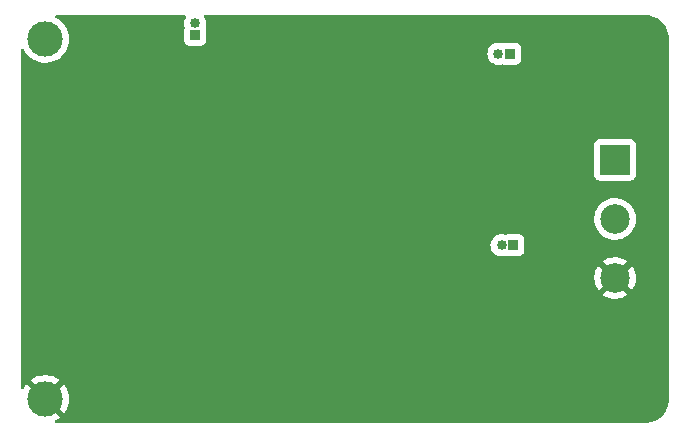
<source format=gbr>
%TF.GenerationSoftware,KiCad,Pcbnew,(6.0.11)*%
%TF.CreationDate,2023-02-10T19:02:31+05:30*%
%TF.ProjectId,1,312e6b69-6361-4645-9f70-636258585858,rev?*%
%TF.SameCoordinates,Original*%
%TF.FileFunction,Copper,L2,Bot*%
%TF.FilePolarity,Positive*%
%FSLAX46Y46*%
G04 Gerber Fmt 4.6, Leading zero omitted, Abs format (unit mm)*
G04 Created by KiCad (PCBNEW (6.0.11)) date 2023-02-10 19:02:31*
%MOMM*%
%LPD*%
G01*
G04 APERTURE LIST*
%TA.AperFunction,ComponentPad*%
%ADD10R,2.500000X2.500000*%
%TD*%
%TA.AperFunction,ComponentPad*%
%ADD11C,2.500000*%
%TD*%
%TA.AperFunction,ComponentPad*%
%ADD12C,3.000000*%
%TD*%
%TA.AperFunction,ComponentPad*%
%ADD13R,0.850000X0.850000*%
%TD*%
%TA.AperFunction,ComponentPad*%
%ADD14O,0.850000X0.850000*%
%TD*%
%TA.AperFunction,ViaPad*%
%ADD15C,0.800000*%
%TD*%
G04 APERTURE END LIST*
D10*
%TO.P,J1,1,Pin_1*%
%TO.N,Net-(J1-Pad1)*%
X182880000Y-81360000D03*
D11*
%TO.P,J1,2,Pin_2*%
%TO.N,Net-(J1-Pad2)*%
X182880000Y-86360000D03*
%TO.P,J1,3,Pin_3*%
%TO.N,Earth*%
X182880000Y-91360000D03*
%TD*%
D12*
%TO.P,J2,1,Pin_1*%
%TO.N,Net-(J2-Pad1)*%
X134620000Y-71120000D03*
%TD*%
D13*
%TO.P,I2C1,1,Pin_1*%
%TO.N,Net-(I2C1-Pad1)*%
X173990000Y-72390000D03*
D14*
%TO.P,I2C1,2,Pin_2*%
%TO.N,Net-(I2C1-Pad2)*%
X172990000Y-72390000D03*
%TD*%
D12*
%TO.P,J3,1,Pin_1*%
%TO.N,Earth*%
X134620000Y-101600000D03*
%TD*%
D13*
%TO.P,I2C3,1,Pin_1*%
%TO.N,Net-(I2C3-Pad1)*%
X147320000Y-70792000D03*
D14*
%TO.P,I2C3,2,Pin_2*%
%TO.N,Net-(I2C3-Pad2)*%
X147320000Y-69792000D03*
%TD*%
D13*
%TO.P,I2C2,1,Pin_1*%
%TO.N,Net-(I2C2-Pad1)*%
X174260000Y-88582500D03*
D14*
%TO.P,I2C2,2,Pin_2*%
%TO.N,Net-(I2C2-Pad2)*%
X173260000Y-88582500D03*
%TD*%
D15*
%TO.N,Earth*%
X143000000Y-82700000D03*
X172490000Y-78740000D03*
X140169000Y-73660000D03*
X167900000Y-94800000D03*
X172720000Y-93980000D03*
X142700000Y-85100000D03*
%TD*%
%TA.AperFunction,Conductor*%
%TO.N,Earth*%
G36*
X146498136Y-69108502D02*
G01*
X146544629Y-69162158D01*
X146554733Y-69232432D01*
X146539134Y-69277500D01*
X146504121Y-69338145D01*
X146462508Y-69410220D01*
X146401870Y-69596845D01*
X146381358Y-69792000D01*
X146401870Y-69987155D01*
X146403911Y-69993436D01*
X146403911Y-69993437D01*
X146431167Y-70077325D01*
X146433194Y-70148292D01*
X146429316Y-70160489D01*
X146396029Y-70249282D01*
X146396027Y-70249288D01*
X146393255Y-70256684D01*
X146386500Y-70318866D01*
X146386500Y-71265134D01*
X146393255Y-71327316D01*
X146444385Y-71463705D01*
X146531739Y-71580261D01*
X146648295Y-71667615D01*
X146784684Y-71718745D01*
X146846866Y-71725500D01*
X147793134Y-71725500D01*
X147855316Y-71718745D01*
X147991705Y-71667615D01*
X148108261Y-71580261D01*
X148195615Y-71463705D01*
X148246745Y-71327316D01*
X148253500Y-71265134D01*
X148253500Y-70318866D01*
X148246745Y-70256684D01*
X148243973Y-70249288D01*
X148243971Y-70249282D01*
X148210684Y-70160489D01*
X148205501Y-70089682D01*
X148208833Y-70077325D01*
X148236089Y-69993437D01*
X148236089Y-69993436D01*
X148238130Y-69987155D01*
X148258642Y-69792000D01*
X148238130Y-69596845D01*
X148177492Y-69410220D01*
X148135880Y-69338145D01*
X148100866Y-69277500D01*
X148084128Y-69208505D01*
X148107348Y-69141413D01*
X148163155Y-69097526D01*
X148209985Y-69088500D01*
X185370633Y-69088500D01*
X185390018Y-69090000D01*
X185404851Y-69092310D01*
X185404855Y-69092310D01*
X185413724Y-69093691D01*
X185422626Y-69092527D01*
X185422629Y-69092527D01*
X185430012Y-69091561D01*
X185454591Y-69090767D01*
X185481442Y-69092527D01*
X185676922Y-69105340D01*
X185693262Y-69107491D01*
X185815478Y-69131801D01*
X185937696Y-69156112D01*
X185953606Y-69160375D01*
X186188999Y-69240280D01*
X186189600Y-69240484D01*
X186204826Y-69246791D01*
X186428342Y-69357016D01*
X186442616Y-69365257D01*
X186649829Y-69503713D01*
X186662905Y-69513746D01*
X186850278Y-69678068D01*
X186861932Y-69689722D01*
X187026254Y-69877095D01*
X187036287Y-69890171D01*
X187174743Y-70097384D01*
X187182984Y-70111658D01*
X187293209Y-70335174D01*
X187299515Y-70350398D01*
X187379625Y-70586394D01*
X187383889Y-70602307D01*
X187432509Y-70846738D01*
X187434660Y-70863078D01*
X187448763Y-71078236D01*
X187447733Y-71101350D01*
X187447690Y-71104854D01*
X187446309Y-71113724D01*
X187447473Y-71122626D01*
X187447473Y-71122628D01*
X187450436Y-71145283D01*
X187451500Y-71161621D01*
X187451500Y-101550633D01*
X187450000Y-101570018D01*
X187447690Y-101584851D01*
X187447690Y-101584855D01*
X187446309Y-101593724D01*
X187447473Y-101602626D01*
X187447473Y-101602629D01*
X187448439Y-101610012D01*
X187449233Y-101634591D01*
X187434660Y-101856922D01*
X187432509Y-101873262D01*
X187383889Y-102117693D01*
X187379625Y-102133606D01*
X187361925Y-102185750D01*
X187299516Y-102369600D01*
X187293209Y-102384826D01*
X187182984Y-102608342D01*
X187174743Y-102622616D01*
X187036287Y-102829829D01*
X187026254Y-102842905D01*
X186861932Y-103030278D01*
X186850278Y-103041932D01*
X186662905Y-103206254D01*
X186649829Y-103216287D01*
X186442616Y-103354743D01*
X186428342Y-103362984D01*
X186204826Y-103473209D01*
X186189602Y-103479515D01*
X185953606Y-103559625D01*
X185937696Y-103563888D01*
X185815478Y-103588199D01*
X185693262Y-103612509D01*
X185676922Y-103614660D01*
X185528134Y-103624413D01*
X185461763Y-103628763D01*
X185438650Y-103627733D01*
X185435146Y-103627690D01*
X185426276Y-103626309D01*
X185417374Y-103627473D01*
X185417372Y-103627473D01*
X185402323Y-103629441D01*
X185394714Y-103630436D01*
X185378379Y-103631500D01*
X135588890Y-103631500D01*
X135520769Y-103611498D01*
X135474276Y-103557842D01*
X135464172Y-103487568D01*
X135493666Y-103422988D01*
X135525319Y-103396712D01*
X135747598Y-103266822D01*
X135754679Y-103262009D01*
X135834655Y-103199301D01*
X135843125Y-103187442D01*
X135836608Y-103175818D01*
X134261922Y-101601132D01*
X134984408Y-101601132D01*
X134984539Y-101602965D01*
X134988790Y-101609580D01*
X136195730Y-102816520D01*
X136207939Y-102823187D01*
X136219439Y-102814497D01*
X136316831Y-102681913D01*
X136321418Y-102674685D01*
X136447962Y-102441621D01*
X136451530Y-102433827D01*
X136545271Y-102185750D01*
X136547748Y-102177544D01*
X136606954Y-101919038D01*
X136608294Y-101910577D01*
X136632031Y-101644616D01*
X136632277Y-101639677D01*
X136632666Y-101602485D01*
X136632523Y-101597519D01*
X136614362Y-101331123D01*
X136613201Y-101322649D01*
X136559419Y-101062944D01*
X136557120Y-101054709D01*
X136468588Y-100804705D01*
X136465191Y-100796854D01*
X136343550Y-100561178D01*
X136339122Y-100553866D01*
X136220031Y-100384417D01*
X136209509Y-100376037D01*
X136196121Y-100383089D01*
X134992022Y-101587188D01*
X134984408Y-101601132D01*
X134261922Y-101601132D01*
X133043814Y-100383024D01*
X133031804Y-100376466D01*
X133020064Y-100385434D01*
X132911935Y-100535911D01*
X132907418Y-100543196D01*
X132825854Y-100697243D01*
X132776301Y-100748087D01*
X132707127Y-100764068D01*
X132640293Y-100740114D01*
X132597020Y-100683830D01*
X132588500Y-100638284D01*
X132588500Y-100012500D01*
X133396584Y-100012500D01*
X133402980Y-100023770D01*
X134607188Y-101227978D01*
X134621132Y-101235592D01*
X134622965Y-101235461D01*
X134629580Y-101231210D01*
X135836604Y-100024186D01*
X135843795Y-100011017D01*
X135836473Y-100000780D01*
X135789233Y-99962115D01*
X135782261Y-99957160D01*
X135556122Y-99818582D01*
X135548552Y-99814624D01*
X135305704Y-99708022D01*
X135297644Y-99705120D01*
X135042592Y-99632467D01*
X135034214Y-99630685D01*
X134771656Y-99593318D01*
X134763111Y-99592691D01*
X134497908Y-99591302D01*
X134489374Y-99591839D01*
X134226433Y-99626456D01*
X134218035Y-99628149D01*
X133962238Y-99698127D01*
X133954143Y-99700946D01*
X133710199Y-99804997D01*
X133702577Y-99808881D01*
X133475013Y-99945075D01*
X133467981Y-99949962D01*
X133405053Y-100000377D01*
X133396584Y-100012500D01*
X132588500Y-100012500D01*
X132588500Y-92769133D01*
X181835612Y-92769133D01*
X181844325Y-92780653D01*
X181942018Y-92852284D01*
X181949928Y-92857227D01*
X182172890Y-92974533D01*
X182181453Y-92978256D01*
X182419304Y-93061318D01*
X182428313Y-93063732D01*
X182675842Y-93110727D01*
X182685098Y-93111781D01*
X182936857Y-93121673D01*
X182946171Y-93121347D01*
X183196615Y-93093920D01*
X183205792Y-93092219D01*
X183449431Y-93028074D01*
X183458251Y-93025037D01*
X183689736Y-92925583D01*
X183698008Y-92921276D01*
X183912249Y-92788700D01*
X183919188Y-92783658D01*
X183927518Y-92771019D01*
X183921456Y-92760666D01*
X182892812Y-91732022D01*
X182878868Y-91724408D01*
X182877035Y-91724539D01*
X182870420Y-91728790D01*
X181842270Y-92756940D01*
X181835612Y-92769133D01*
X132588500Y-92769133D01*
X132588500Y-91318523D01*
X181117898Y-91318523D01*
X181129987Y-91570175D01*
X181131124Y-91579435D01*
X181180274Y-91826535D01*
X181182768Y-91835528D01*
X181267900Y-92072639D01*
X181271700Y-92081174D01*
X181390946Y-92303101D01*
X181395957Y-92310968D01*
X181459446Y-92395990D01*
X181470704Y-92404439D01*
X181483123Y-92397667D01*
X182507978Y-91372812D01*
X182514356Y-91361132D01*
X183244408Y-91361132D01*
X183244539Y-91362965D01*
X183248790Y-91369580D01*
X184279913Y-92400703D01*
X184292293Y-92407463D01*
X184300634Y-92401219D01*
X184426765Y-92205127D01*
X184431212Y-92196936D01*
X184534691Y-91967222D01*
X184537882Y-91958455D01*
X184606269Y-91715976D01*
X184608129Y-91706834D01*
X184640116Y-91455396D01*
X184640597Y-91449108D01*
X184642847Y-91363160D01*
X184642696Y-91356851D01*
X184623912Y-91104074D01*
X184622536Y-91094868D01*
X184566929Y-90849126D01*
X184564205Y-90840215D01*
X184472888Y-90605392D01*
X184468877Y-90596983D01*
X184343854Y-90378240D01*
X184338643Y-90370514D01*
X184301391Y-90323261D01*
X184289466Y-90314790D01*
X184277934Y-90321276D01*
X183252022Y-91347188D01*
X183244408Y-91361132D01*
X182514356Y-91361132D01*
X182515592Y-91358868D01*
X182515461Y-91357035D01*
X182511210Y-91350420D01*
X181481321Y-90320531D01*
X181468013Y-90313264D01*
X181457974Y-90320386D01*
X181447761Y-90332666D01*
X181442346Y-90340258D01*
X181311646Y-90555646D01*
X181307408Y-90563963D01*
X181209981Y-90796299D01*
X181207020Y-90805149D01*
X181145006Y-91049331D01*
X181143384Y-91058528D01*
X181118143Y-91309198D01*
X181117898Y-91318523D01*
X132588500Y-91318523D01*
X132588500Y-89948803D01*
X181833216Y-89948803D01*
X181837789Y-89958579D01*
X182867188Y-90987978D01*
X182881132Y-90995592D01*
X182882965Y-90995461D01*
X182889580Y-90991210D01*
X183918419Y-89962371D01*
X183924803Y-89950681D01*
X183915391Y-89938570D01*
X183778593Y-89843670D01*
X183770565Y-89838942D01*
X183544593Y-89727505D01*
X183535960Y-89724017D01*
X183295998Y-89647205D01*
X183286938Y-89645029D01*
X183038260Y-89604529D01*
X183028973Y-89603717D01*
X182777053Y-89600419D01*
X182767742Y-89600989D01*
X182518097Y-89634964D01*
X182508978Y-89636902D01*
X182267098Y-89707404D01*
X182258367Y-89710667D01*
X182029558Y-89816151D01*
X182021406Y-89820670D01*
X181842353Y-89938062D01*
X181833216Y-89948803D01*
X132588500Y-89948803D01*
X132588500Y-88582500D01*
X172321358Y-88582500D01*
X172341870Y-88777655D01*
X172402508Y-88964280D01*
X172500623Y-89134220D01*
X172631926Y-89280047D01*
X172790679Y-89395388D01*
X172796707Y-89398072D01*
X172796709Y-89398073D01*
X172963913Y-89472517D01*
X172969944Y-89475202D01*
X173065914Y-89495601D01*
X173155428Y-89514628D01*
X173155432Y-89514628D01*
X173161885Y-89516000D01*
X173358115Y-89516000D01*
X173364568Y-89514628D01*
X173364572Y-89514628D01*
X173448446Y-89496800D01*
X173550056Y-89475202D01*
X173553189Y-89473807D01*
X173622977Y-89471811D01*
X173635174Y-89475689D01*
X173724684Y-89509245D01*
X173786866Y-89516000D01*
X174733134Y-89516000D01*
X174795316Y-89509245D01*
X174931705Y-89458115D01*
X175048261Y-89370761D01*
X175135615Y-89254205D01*
X175186745Y-89117816D01*
X175193500Y-89055634D01*
X175193500Y-88109366D01*
X175186745Y-88047184D01*
X175135615Y-87910795D01*
X175048261Y-87794239D01*
X174931705Y-87706885D01*
X174795316Y-87655755D01*
X174733134Y-87649000D01*
X173786866Y-87649000D01*
X173724684Y-87655755D01*
X173635179Y-87689309D01*
X173564373Y-87694492D01*
X173554807Y-87691913D01*
X173550056Y-87689798D01*
X173448446Y-87668200D01*
X173364572Y-87650372D01*
X173364568Y-87650372D01*
X173358115Y-87649000D01*
X173161885Y-87649000D01*
X173155432Y-87650372D01*
X173155428Y-87650372D01*
X173065914Y-87669399D01*
X172969944Y-87689798D01*
X172963914Y-87692483D01*
X172963913Y-87692483D01*
X172796709Y-87766927D01*
X172796707Y-87766928D01*
X172790679Y-87769612D01*
X172785338Y-87773492D01*
X172785337Y-87773493D01*
X172676309Y-87852707D01*
X172631926Y-87884953D01*
X172627505Y-87889863D01*
X172627504Y-87889864D01*
X172547501Y-87978717D01*
X172500623Y-88030780D01*
X172402508Y-88200720D01*
X172341870Y-88387345D01*
X172321358Y-88582500D01*
X132588500Y-88582500D01*
X132588500Y-86313839D01*
X181117173Y-86313839D01*
X181129713Y-86574908D01*
X181180704Y-86831256D01*
X181269026Y-87077252D01*
X181271242Y-87081376D01*
X181335753Y-87201437D01*
X181392737Y-87307491D01*
X181395532Y-87311234D01*
X181395534Y-87311237D01*
X181546330Y-87513177D01*
X181546335Y-87513183D01*
X181549122Y-87516915D01*
X181552431Y-87520195D01*
X181552436Y-87520201D01*
X181731426Y-87697635D01*
X181734743Y-87700923D01*
X181738505Y-87703681D01*
X181738508Y-87703684D01*
X181862010Y-87794239D01*
X181945524Y-87855474D01*
X181949667Y-87857654D01*
X181949669Y-87857655D01*
X182172684Y-87974989D01*
X182172689Y-87974991D01*
X182176834Y-87977172D01*
X182423590Y-88063344D01*
X182428183Y-88064216D01*
X182675785Y-88111224D01*
X182675788Y-88111224D01*
X182680374Y-88112095D01*
X182810958Y-88117226D01*
X182936875Y-88122174D01*
X182936881Y-88122174D01*
X182941543Y-88122357D01*
X183028961Y-88112783D01*
X183196707Y-88094412D01*
X183196712Y-88094411D01*
X183201360Y-88093902D01*
X183314116Y-88064216D01*
X183449594Y-88028548D01*
X183449596Y-88028547D01*
X183454117Y-88027357D01*
X183694262Y-87924182D01*
X183916519Y-87786646D01*
X183920082Y-87783629D01*
X183920087Y-87783626D01*
X184112439Y-87620787D01*
X184112440Y-87620786D01*
X184116005Y-87617768D01*
X184207729Y-87513177D01*
X184285257Y-87424774D01*
X184285261Y-87424769D01*
X184288339Y-87421259D01*
X184429733Y-87201437D01*
X184537083Y-86963129D01*
X184608030Y-86711572D01*
X184624832Y-86579496D01*
X184640616Y-86455421D01*
X184640616Y-86455417D01*
X184641014Y-86452291D01*
X184643431Y-86360000D01*
X184624061Y-86099348D01*
X184612725Y-86049248D01*
X184567408Y-85848980D01*
X184566377Y-85844423D01*
X184471647Y-85600823D01*
X184341951Y-85373902D01*
X184180138Y-85168643D01*
X183989763Y-84989557D01*
X183775009Y-84840576D01*
X183770816Y-84838508D01*
X183544781Y-84727040D01*
X183544778Y-84727039D01*
X183540593Y-84724975D01*
X183494449Y-84710204D01*
X183296123Y-84646720D01*
X183291665Y-84645293D01*
X183033693Y-84603279D01*
X182919942Y-84601790D01*
X182777022Y-84599919D01*
X182777019Y-84599919D01*
X182772345Y-84599858D01*
X182513362Y-84635104D01*
X182262433Y-84708243D01*
X182258180Y-84710203D01*
X182258179Y-84710204D01*
X182221659Y-84727040D01*
X182025072Y-84817668D01*
X181986067Y-84843241D01*
X181810404Y-84958410D01*
X181810399Y-84958414D01*
X181806491Y-84960976D01*
X181611494Y-85135018D01*
X181444363Y-85335970D01*
X181308771Y-85559419D01*
X181207697Y-85800455D01*
X181143359Y-86053783D01*
X181117173Y-86313839D01*
X132588500Y-86313839D01*
X132588500Y-82658134D01*
X181121500Y-82658134D01*
X181128255Y-82720316D01*
X181179385Y-82856705D01*
X181266739Y-82973261D01*
X181383295Y-83060615D01*
X181519684Y-83111745D01*
X181581866Y-83118500D01*
X184178134Y-83118500D01*
X184240316Y-83111745D01*
X184376705Y-83060615D01*
X184493261Y-82973261D01*
X184580615Y-82856705D01*
X184631745Y-82720316D01*
X184638500Y-82658134D01*
X184638500Y-80061866D01*
X184631745Y-79999684D01*
X184580615Y-79863295D01*
X184493261Y-79746739D01*
X184376705Y-79659385D01*
X184240316Y-79608255D01*
X184178134Y-79601500D01*
X181581866Y-79601500D01*
X181519684Y-79608255D01*
X181383295Y-79659385D01*
X181266739Y-79746739D01*
X181179385Y-79863295D01*
X181128255Y-79999684D01*
X181121500Y-80061866D01*
X181121500Y-82658134D01*
X132588500Y-82658134D01*
X132588500Y-72081927D01*
X132608502Y-72013806D01*
X132662158Y-71967313D01*
X132732432Y-71957209D01*
X132797012Y-71986703D01*
X132827065Y-72025313D01*
X132887160Y-72144799D01*
X132889586Y-72148328D01*
X132889589Y-72148334D01*
X133039843Y-72366953D01*
X133042274Y-72370490D01*
X133226582Y-72573043D01*
X133229877Y-72575798D01*
X133229878Y-72575799D01*
X133274382Y-72613010D01*
X133436675Y-72748707D01*
X133440316Y-72750991D01*
X133665024Y-72891951D01*
X133665028Y-72891953D01*
X133668664Y-72894234D01*
X133784703Y-72946628D01*
X133914345Y-73005164D01*
X133914349Y-73005166D01*
X133918257Y-73006930D01*
X133922377Y-73008150D01*
X133922376Y-73008150D01*
X134176723Y-73083491D01*
X134176727Y-73083492D01*
X134180836Y-73084709D01*
X134185070Y-73085357D01*
X134185075Y-73085358D01*
X134447298Y-73125483D01*
X134447300Y-73125483D01*
X134451540Y-73126132D01*
X134590912Y-73128322D01*
X134721071Y-73130367D01*
X134721077Y-73130367D01*
X134725362Y-73130434D01*
X134997235Y-73097534D01*
X135262127Y-73028041D01*
X135266087Y-73026401D01*
X135266092Y-73026399D01*
X135388631Y-72975641D01*
X135515136Y-72923241D01*
X135751582Y-72785073D01*
X135967089Y-72616094D01*
X135990987Y-72591434D01*
X136154686Y-72422509D01*
X136157669Y-72419431D01*
X136160202Y-72415983D01*
X136160206Y-72415978D01*
X136179289Y-72390000D01*
X172051358Y-72390000D01*
X172071870Y-72585155D01*
X172073910Y-72591433D01*
X172073910Y-72591434D01*
X172081923Y-72616094D01*
X172132508Y-72771780D01*
X172230623Y-72941720D01*
X172361926Y-73087547D01*
X172367268Y-73091428D01*
X172367270Y-73091430D01*
X172476900Y-73171081D01*
X172520679Y-73202888D01*
X172526707Y-73205572D01*
X172526709Y-73205573D01*
X172693913Y-73280017D01*
X172699944Y-73282702D01*
X172795915Y-73303101D01*
X172885428Y-73322128D01*
X172885432Y-73322128D01*
X172891885Y-73323500D01*
X173088115Y-73323500D01*
X173094568Y-73322128D01*
X173094572Y-73322128D01*
X173178446Y-73304300D01*
X173280056Y-73282702D01*
X173283189Y-73281307D01*
X173352977Y-73279311D01*
X173365174Y-73283189D01*
X173454684Y-73316745D01*
X173516866Y-73323500D01*
X174463134Y-73323500D01*
X174525316Y-73316745D01*
X174661705Y-73265615D01*
X174778261Y-73178261D01*
X174865615Y-73061705D01*
X174916745Y-72925316D01*
X174923500Y-72863134D01*
X174923500Y-71916866D01*
X174916745Y-71854684D01*
X174865615Y-71718295D01*
X174778261Y-71601739D01*
X174661705Y-71514385D01*
X174525316Y-71463255D01*
X174463134Y-71456500D01*
X173516866Y-71456500D01*
X173454684Y-71463255D01*
X173365179Y-71496809D01*
X173294373Y-71501992D01*
X173284807Y-71499413D01*
X173280056Y-71497298D01*
X173155820Y-71470891D01*
X173094572Y-71457872D01*
X173094568Y-71457872D01*
X173088115Y-71456500D01*
X172891885Y-71456500D01*
X172885432Y-71457872D01*
X172885428Y-71457872D01*
X172795915Y-71476899D01*
X172699944Y-71497298D01*
X172693914Y-71499983D01*
X172693913Y-71499983D01*
X172526709Y-71574427D01*
X172526707Y-71574428D01*
X172520679Y-71577112D01*
X172515338Y-71580992D01*
X172515337Y-71580993D01*
X172396113Y-71667615D01*
X172361926Y-71692453D01*
X172357505Y-71697363D01*
X172357504Y-71697364D01*
X172337485Y-71719598D01*
X172230623Y-71838280D01*
X172132508Y-72008220D01*
X172071870Y-72194845D01*
X172051358Y-72390000D01*
X136179289Y-72390000D01*
X136317257Y-72202178D01*
X136319795Y-72198723D01*
X136347154Y-72148334D01*
X136448418Y-71961830D01*
X136448419Y-71961828D01*
X136450468Y-71958054D01*
X136541065Y-71718295D01*
X136545751Y-71705895D01*
X136545752Y-71705891D01*
X136547269Y-71701877D01*
X136601285Y-71466029D01*
X136607449Y-71439117D01*
X136607450Y-71439113D01*
X136608407Y-71434933D01*
X136618012Y-71327316D01*
X136632531Y-71164627D01*
X136632531Y-71164625D01*
X136632751Y-71162161D01*
X136633193Y-71120000D01*
X136632765Y-71113724D01*
X136614859Y-70851055D01*
X136614858Y-70851049D01*
X136614567Y-70846778D01*
X136559032Y-70578612D01*
X136467617Y-70320465D01*
X136342013Y-70077112D01*
X136329380Y-70059136D01*
X136205801Y-69883301D01*
X136184545Y-69853057D01*
X136026995Y-69683513D01*
X136001046Y-69655588D01*
X136001043Y-69655585D01*
X135998125Y-69652445D01*
X135994810Y-69649731D01*
X135994806Y-69649728D01*
X135822018Y-69508303D01*
X135786205Y-69478990D01*
X135552704Y-69335901D01*
X135538972Y-69329873D01*
X135484636Y-69284177D01*
X135463632Y-69216359D01*
X135482627Y-69147950D01*
X135535591Y-69100671D01*
X135589618Y-69088500D01*
X146430015Y-69088500D01*
X146498136Y-69108502D01*
G37*
%TD.AperFunction*%
%TD*%
M02*

</source>
